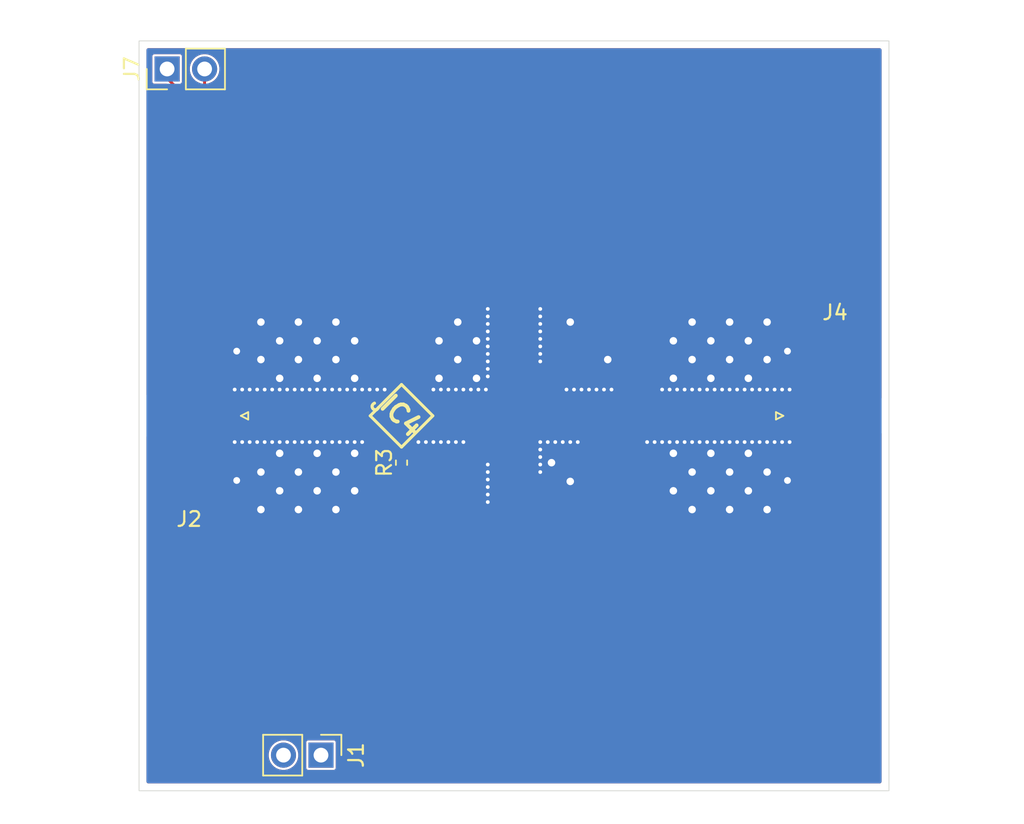
<source format=kicad_pcb>
(kicad_pcb (version 20241229) (generator "pcbnew") (generator_version "9.0")
  (layers (0 "F.Cu" signal) (2 "B.Cu" signal) (13 "F.Paste" user) (15 "B.Paste" user) (5 "F.SilkS" user "F.Silkscreen") (7 "B.SilkS" user "B.Silkscreen") (1 "F.Mask" user) (3 "B.Mask" user) (25 "Edge.Cuts" user))
  (net 0 "")
  (net 1 "GND")
  (net 2 "Net-(IC4-RF3)")
  (net 3 "Net-(IC4-RF1GATE)")
  (net 4 "Net-(IC4-RF4GATE)")
  (net 5 "Net-(IC4-RF3GATE)")
  (net 6 "Net-(IC4-RF2)")
  (net 7 "Net-(IC4-RF1)")
  (net 8 "Net-(IC4-RF2GATE)")
  (footprint "Connector_PinHeader_2.54mm:PinHeader_1x02_P2.54mm_Vertical" (layer "F.Cu") (at 162.324 148.387 -90)
    (property "Reference" "J1" (at 0 -2.38 90) (layer "F.SilkS"))
    (property "Value" "Conn_01x02")
    (fp_line (start -1.38 3.92) (end 1.38 3.92) (stroke (width 0.12)) (layer "F.SilkS"))
    (fp_line (start -1.38 1.27) (end -1.38 3.92) (stroke (width 0.12)) (layer "F.SilkS"))
    (fp_line (start -1.38 1.27) (end 1.38 1.27) (stroke (width 0.12)) (layer "F.SilkS"))
    (fp_line (start 1.38 1.27) (end 1.38 3.92) (stroke (width 0.12)) (layer "F.SilkS"))
    (fp_line (start -1.38 0) (end -1.38 -1.38) (stroke (width 0.12)) (layer "F.SilkS"))
    (fp_line (start -1.38 -1.38) (end 0 -1.38) (stroke (width 0.12)) (layer "F.SilkS"))
    (pad "1" thru_hole rect (at 0 0 270) (size 1.7 1.7) (drill 1) (layers "*.Cu" "*.Mask") (net 8 "Net-(IC4-RF2GATE)"))
    (pad "2" thru_hole circle (at 0 2.54 270) (size 1.7 1.7) (drill 1) (layers "*.Cu" "*.Mask") (net 3 "Net-(IC4-RF1GATE)"))
  )
  (footprint "Connector_Coaxial:SMA_Molex_73251-1153_EdgeMount_Horizontal" (layer "F.Cu") (at 195.645 125.4 180)
    (property "Reference" "J4" (at -1.5 7 0) (layer "F.SilkS"))
    (property "Value" "Conn_Coaxial")
    (fp_line (start 2.5 0.25) (end 2 0) (stroke (width 0.12)) (layer "F.SilkS"))
    (fp_line (start 2.5 -0.25) (end 2.5 0.25) (stroke (width 0.12)) (layer "F.SilkS"))
    (fp_line (start 2 0) (end 2.5 -0.25) (stroke (width 0.12)) (layer "F.SilkS"))
    (pad "1" smd rect (at -1.72 0 180) (size 5.08 2.29) (layers "F.Cu" "F.Mask" "F.Paste") (net 2 "Net-(IC4-RF3)"))
    (pad "2" smd rect (at -1.72 -4.38 180) (size 5.08 2.42) (layers "F.Cu" "F.Mask" "F.Paste") (net 1 "GND"))
    (pad "2" smd rect (at -1.72 -4.38 180) (size 5.08 2.42) (layers "B.Cu" "B.Mask" "B.Paste") (net 1 "GND"))
    (pad "2" smd rect (at -1.72 4.38 180) (size 5.08 2.42) (layers "F.Cu" "F.Mask" "F.Paste") (net 1 "GND"))
    (pad "2" smd rect (at -1.72 4.38 180) (size 5.08 2.42) (layers "B.Cu" "B.Mask" "B.Paste") (net 1 "GND"))
    (pad "2" smd rect (at 1.27 -4.38 180) (size 0.95 0.46) (layers "F.Cu") (net 1 "GND"))
    (pad "2" smd rect (at 1.27 -4.38 180) (size 0.95 0.46) (layers "B.Cu") (net 1 "GND"))
    (pad "2" smd rect (at 1.27 4.38 180) (size 0.95 0.46) (layers "F.Cu") (net 1 "GND"))
    (pad "2" smd rect (at 1.27 4.38 180) (size 0.95 0.46) (layers "B.Cu") (net 1 "GND"))
    (pad "2" thru_hole circle (at 1.72 -4.38 180) (size 0.97 0.97) (drill 0.46) (layers "*.Cu") (net 1 "GND"))
    (pad "2" thru_hole circle (at 1.72 4.38 180) (size 0.97 0.97) (drill 0.46) (layers "*.Cu") (net 1 "GND"))
  )
  (footprint "Connector_Coaxial:SMA_Molex_73251-1153_EdgeMount_Horizontal" (layer "F.Cu") (at 154.895 125.4)
    (property "Reference" "J2" (at -1.5 7 0) (layer "F.SilkS"))
    (property "Value" "Conn_Coaxial")
    (fp_line (start 2 0) (end 2.5 -0.25) (stroke (width 0.12)) (layer "F.SilkS"))
    (fp_line (start 2.5 -0.25) (end 2.5 0.25) (stroke (width 0.12)) (layer "F.SilkS"))
    (fp_line (start 2.5 0.25) (end 2 0) (stroke (width 0.12)) (layer "F.SilkS"))
    (pad "1" smd rect (at -1.72 0) (size 5.08 2.29) (layers "F.Cu" "F.Mask" "F.Paste") (net 7 "Net-(IC4-RF1)"))
    (pad "2" smd rect (at -1.72 -4.38) (size 5.08 2.42) (layers "F.Cu" "F.Mask" "F.Paste") (net 1 "GND"))
    (pad "2" smd rect (at -1.72 -4.38) (size 5.08 2.42) (layers "B.Cu" "B.Mask" "B.Paste") (net 1 "GND"))
    (pad "2" smd rect (at -1.72 4.38) (size 5.08 2.42) (layers "F.Cu" "F.Mask" "F.Paste") (net 1 "GND"))
    (pad "2" smd rect (at -1.72 4.38) (size 5.08 2.42) (layers "B.Cu" "B.Mask" "B.Paste") (net 1 "GND"))
    (pad "2" smd rect (at 1.27 -4.38) (size 0.95 0.46) (layers "F.Cu") (net 1 "GND"))
    (pad "2" smd rect (at 1.27 -4.38) (size 0.95 0.46) (layers "B.Cu") (net 1 "GND"))
    (pad "2" smd rect (at 1.27 4.38) (size 0.95 0.46) (layers "F.Cu") (net 1 "GND"))
    (pad "2" smd rect (at 1.27 4.38) (size 0.95 0.46) (layers "B.Cu") (net 1 "GND"))
    (pad "2" thru_hole circle (at 1.72 -4.38) (size 0.97 0.97) (drill 0.46) (layers "*.Cu") (net 1 "GND"))
    (pad "2" thru_hole circle (at 1.72 4.38) (size 0.97 0.97) (drill 0.46) (layers "*.Cu") (net 1 "GND"))
  )
  (footprint "Connector_PinHeader_2.54mm:PinHeader_1x02_P2.54mm_Vertical" (layer "F.Cu") (at 151.9 101.905 90)
    (property "Reference" "J7" (at 0 -2.38 90) (layer "F.SilkS"))
    (property "Value" "Conn_01x02")
    (fp_line (start -1.38 -1.38) (end 0 -1.38) (stroke (width 0.12)) (layer "F.SilkS"))
    (fp_line (start -1.38 0) (end -1.38 -1.38) (stroke (width 0.12)) (layer "F.SilkS"))
    (fp_line (start 1.38 1.27) (end 1.38 3.92) (stroke (width 0.12)) (layer "F.SilkS"))
    (fp_line (start -1.38 1.27) (end 1.38 1.27) (stroke (width 0.12)) (layer "F.SilkS"))
    (fp_line (start -1.38 1.27) (end -1.38 3.92) (stroke (width 0.12)) (layer "F.SilkS"))
    (fp_line (start -1.38 3.92) (end 1.38 3.92) (stroke (width 0.12)) (layer "F.SilkS"))
    (pad "1" thru_hole rect (at 0 0 90) (size 1.7 1.7) (drill 1) (layers "*.Cu" "*.Mask") (net 4 "Net-(IC4-RF4GATE)"))
    (pad "2" thru_hole circle (at 0 2.54 90) (size 1.7 1.7) (drill 1) (layers "*.Cu" "*.Mask") (net 5 "Net-(IC4-RF3GATE)"))
  )
  (footprint "Resistor_SMD:R_0402_1005Metric" (layer "F.Cu") (at 167.78 128.575 90)
    (property "Reference" "R3" (at 0 -1.17 90) (layer "F.SilkS"))
    (property "Value" "50")
    (fp_line (start -0.153641 -0.38) (end 0.153641 -0.38) (stroke (width 0.12)) (layer "F.SilkS"))
    (fp_line (start -0.153641 0.38) (end 0.153641 0.38) (stroke (width 0.12)) (layer "F.SilkS"))
    (pad "1" smd roundrect (at -0.51 0 90) (size 0.54 0.64) (layers "F.Cu" "F.Mask" "F.Paste") (net 1 "GND"))
    (pad "2" smd roundrect (at 0.51 0 90) (size 0.54 0.64) (layers "F.Cu" "F.Mask" "F.Paste") (net 6 "Net-(IC4-RF2)"))
  )
  (footprint "mm5230:MM523003NDB" (layer "F.Cu") (at 167.78 125.4 -45)
    (property "Reference" "IC4" (at 0 0 135) (layer "F.SilkS") (effects (font (size 1.27 1.27) (thickness 0.254))))
    (property "Value" "MM5230-03NDB-TR" (hide yes))
    (fp_line (start -1.5 1.5) (end 1.5 1.5) (stroke (width 0.2)) (layer "F.SilkS"))
    (fp_line (start -1.9 0.9) (end -1.9 0.9) (stroke (width 0.2)) (layer "F.SilkS"))
    (fp_line (start -1.9 0.69) (end -1.9 0.69) (stroke (width 0.2)) (layer "F.SilkS"))
    (fp_line (start -1.5 -1.5) (end -1.5 1.5) (stroke (width 0.2)) (layer "F.SilkS"))
    (fp_line (start 1.5 1.5) (end 1.5 -1.5) (stroke (width 0.2)) (layer "F.SilkS"))
    (fp_line (start 1.5 -1.5) (end -1.5 -1.5) (stroke (width 0.2)) (layer "F.SilkS"))
    (fp_arc (start -1.48 0.9) (mid -1.795 1.005) (end -1.9 0.69) (stroke (width 0.2)) (layer "F.SilkS"))
    (fp_arc (start -1.5 0.7) (mid -1.6 1) (end -1.9 0.9) (stroke (width 0.2)) (layer "F.SilkS"))
    (pad "1" smd circle (at -0.805 0.805 45) (size 0.25 0.25) (layers "F.Cu" "F.Mask" "F.Paste") (net 7 "Net-(IC4-RF1)"))
    (pad "2" smd circle (at 0.805 0.805 45) (size 0.25 0.25) (layers "F.Cu" "F.Mask" "F.Paste") (net 6 "Net-(IC4-RF2)"))
    (pad "3" smd circle (at 0.805 -0.805 45) (size 0.25 0.25) (layers "F.Cu" "F.Mask" "F.Paste") (net 2 "Net-(IC4-RF3)"))
    (pad "4" smd circle (at -0.805 -0.805 45) (size 0.25 0.25) (layers "F.Cu" "F.Mask" "F.Paste") (net 1 "GND"))
    (pad "5" smd circle (at -0.125 1.091 45) (size 0.25 0.25) (layers "F.Cu" "F.Mask" "F.Paste") (net 3 "Net-(IC4-RF1GATE)"))
    (pad "6" smd circle (at 0 0.69 45) (size 0.25 0.25) (layers "F.Cu" "F.Mask" "F.Paste") (net 8 "Net-(IC4-RF2GATE)"))
    (pad "7" smd circle (at 0 -0.69 45) (size 0.25 0.25) (layers "F.Cu" "F.Mask" "F.Paste") (net 5 "Net-(IC4-RF3GATE)"))
    (pad "8" smd circle (at -0.125 -1.091 45) (size 0.25 0.25) (layers "F.Cu" "F.Mask" "F.Paste") (net 4 "Net-(IC4-RF4GATE)"))
    (pad "9" smd circle (at -1.091 -0.541999 45) (size 0.25 0.25) (layers "F.Cu" "F.Mask" "F.Paste") (net 1 "GND"))
    (pad "10" smd circle (at -1.091 0.541999 45) (size 0.25 0.25) (layers "F.Cu" "F.Mask" "F.Paste") (net 1 "GND"))
    (pad "11" smd circle (at -0.541999 -1.091 45) (size 0.25 0.25) (layers "F.Cu" "F.Mask" "F.Paste") (net 1 "GND"))
    (pad "12" smd circle (at -0.395 -0.395 45) (size 0.25 0.25) (layers "F.Cu" "F.Mask" "F.Paste") (net 1 "GND"))
    (pad "13" smd circle (at -0.395 0.395 45) (size 0.25 0.25) (layers "F.Cu" "F.Mask" "F.Paste") (net 1 "GND"))
    (pad "14" smd circle (at -0.541999 1.091 45) (size 0.25 0.25) (layers "F.Cu" "F.Mask" "F.Paste") (net 1 "GND"))
    (pad "15" smd circle (at 0.395 -0.395 45) (size 0.25 0.25) (layers "F.Cu" "F.Mask" "F.Paste") (net 1 "GND"))
    (pad "16" smd circle (at 0.395 0.395 45) (size 0.25 0.25) (layers "F.Cu" "F.Mask" "F.Paste") (net 1 "GND"))
    (pad "17" smd circle (at 0.541999 -1.091 45) (size 0.25 0.25) (layers "F.Cu" "F.Mask" "F.Paste") (net 1 "GND"))
    (pad "18" smd circle (at 0.541999 1.091 45) (size 0.25 0.25) (layers "F.Cu" "F.Mask" "F.Paste") (net 1 "GND"))
    (pad "19" smd circle (at 1.091 -0.541999 45) (size 0.25 0.25) (layers "F.Cu" "F.Mask" "F.Paste") (net 1 "GND"))
    (pad "20" smd circle (at 1.091 0.541999 45) (size 0.25 0.25) (layers "F.Cu" "F.Mask" "F.Paste") (net 1 "GND"))
    (pad "21" smd circle (at 0 0 45) (size 0.25 0.25) (layers "F.Cu" "F.Mask" "F.Paste"))
  )
  (gr_rect (start 150 100) (end 200.8 150.8) (stroke (width 0.05)) (fill no) (layer "Edge.Cuts"))
  (via (at 191.529 127.178) (size 0.508) (drill 0.254) (layers "F.Cu" "B.Cu") (net 1))
  (via (at 186.195 122.86) (size 1.016) (drill 0.508) (layers "F.Cu" "B.Cu") (net 1))
  (via (at 164.097 127.178) (size 0.508) (drill 0.254) (layers "F.Cu" "B.Cu") (net 1))
  (via (at 193.561 127.178) (size 0.508) (drill 0.254) (layers "F.Cu" "B.Cu") (net 1))
  (via (at 160.795 129.21) (size 1.016) (drill 0.508) (layers "F.Cu" "B.Cu") (net 1))
  (via (at 177.178 127.178) (size 0.508) (drill 0.254) (layers "F.Cu" "B.Cu") (net 1))
  (via (at 172.86 122.86) (size 1.016) (drill 0.508) (layers "F.Cu" "B.Cu") (net 1))
  (via (at 177.686 127.178) (size 0.508) (drill 0.254) (layers "F.Cu" "B.Cu") (net 1))
  (via (at 163.589 123.622) (size 0.508) (drill 0.254) (layers "F.Cu" "B.Cu") (net 1))
  (via (at 159.017 127.178) (size 0.508) (drill 0.254) (layers "F.Cu" "B.Cu") (net 1))
  (via (at 192.545 129.21) (size 1.016) (drill 0.508) (layers "F.Cu" "B.Cu") (net 1))
  (via (at 160.033 127.178) (size 0.508) (drill 0.254) (layers "F.Cu" "B.Cu") (net 1))
  (via (at 191.275 130.48) (size 1.016) (drill 0.508) (layers "F.Cu" "B.Cu") (net 1))
  (via (at 161.049 127.178) (size 0.508) (drill 0.254) (layers "F.Cu" "B.Cu") (net 1))
  (via (at 191.275 120.32) (size 1.016) (drill 0.508) (layers "F.Cu" "B.Cu") (net 1))
  (via (at 173.622 120.701) (size 0.508) (drill 0.254) (layers "F.Cu" "B.Cu") (net 1))
  (via (at 160.033 123.622) (size 0.508) (drill 0.254) (layers "F.Cu" "B.Cu") (net 1))
  (via (at 159.525 127.178) (size 0.508) (drill 0.254) (layers "F.Cu" "B.Cu") (net 1))
  (via (at 164.605 127.178) (size 0.508) (drill 0.254) (layers "F.Cu" "B.Cu") (net 1))
  (via (at 158.255 119.05) (size 1.016) (drill 0.508) (layers "F.Cu" "B.Cu") (net 1))
  (via (at 188.735 130.48) (size 1.016) (drill 0.508) (layers "F.Cu" "B.Cu") (net 1))
  (via (at 187.465 123.622) (size 0.508) (drill 0.254) (layers "F.Cu" "B.Cu") (net 1))
  (via (at 186.957 127.178) (size 0.508) (drill 0.254) (layers "F.Cu" "B.Cu") (net 1))
  (via (at 188.989 127.178) (size 0.508) (drill 0.254) (layers "F.Cu" "B.Cu") (net 1))
  (via (at 185.433 127.178) (size 0.508) (drill 0.254) (layers "F.Cu" "B.Cu") (net 1))
  (via (at 177.178 128.194) (size 0.508) (drill 0.254) (layers "F.Cu" "B.Cu") (net 1))
  (via (at 173.622 121.209) (size 0.508) (drill 0.254) (layers "F.Cu" "B.Cu") (net 1))
  (via (at 158.255 131.75) (size 1.016) (drill 0.508) (layers "F.Cu" "B.Cu") (net 1))
  (via (at 165.621 123.622) (size 0.508) (drill 0.254) (layers "F.Cu" "B.Cu") (net 1))
  (via (at 159.525 127.94) (size 1.016) (drill 0.508) (layers "F.Cu" "B.Cu") (net 1))
  (via (at 161.557 123.622) (size 0.508) (drill 0.254) (layers "F.Cu" "B.Cu") (net 1))
  (via (at 179.464 123.622) (size 0.508) (drill 0.254) (layers "F.Cu" "B.Cu") (net 1))
  (via (at 173.622 129.718) (size 0.508) (drill 0.254) (layers "F.Cu" "B.Cu") (net 1))
  (via (at 162.065 127.178) (size 0.508) (drill 0.254) (layers "F.Cu" "B.Cu") (net 1))
  (via (at 159.017 123.622) (size 0.508) (drill 0.254) (layers "F.Cu" "B.Cu") (net 1))
  (via (at 188.481 123.622) (size 0.508) (drill 0.254) (layers "F.Cu" "B.Cu") (net 1))
  (via (at 157.493 123.622) (size 0.508) (drill 0.254) (layers "F.Cu" "B.Cu") (net 1))
  (via (at 169.939 123.622) (size 0.508) (drill 0.254) (layers "F.Cu" "B.Cu") (net 1))
  (via (at 184.417 127.178) (size 0.508) (drill 0.254) (layers "F.Cu" "B.Cu") (net 1))
  (via (at 169.939 127.178) (size 0.508) (drill 0.254) (layers "F.Cu" "B.Cu") (net 1))
  (via (at 179.21 119.05) (size 1.016) (drill 0.508) (layers "F.Cu" "B.Cu") (net 1))
  (via (at 190.005 121.59) (size 1.016) (drill 0.508) (layers "F.Cu" "B.Cu") (net 1))
  (via (at 163.335 119.05) (size 1.016) (drill 0.508) (layers "F.Cu" "B.Cu") (net 1))
  (via (at 177.178 118.161) (size 0.508) (drill 0.254) (layers "F.Cu" "B.Cu") (net 1))
  (via (at 190.005 123.622) (size 0.508) (drill 0.254) (layers "F.Cu" "B.Cu") (net 1))
  (via (at 162.573 123.622) (size 0.508) (drill 0.254) (layers "F.Cu" "B.Cu") (net 1))
  (via (at 193.053 127.178) (size 0.508) (drill 0.254) (layers "F.Cu" "B.Cu") (net 1))
  (via (at 173.622 118.669) (size 0.508) (drill 0.254) (layers "F.Cu" "B.Cu") (net 1))
  (via (at 192.037 123.622) (size 0.508) (drill 0.254) (layers "F.Cu" "B.Cu") (net 1))
  (via (at 189.497 127.178) (size 0.508) (drill 0.254) (layers "F.Cu" "B.Cu") (net 1))
  (via (at 181.75 121.59) (size 1.016) (drill 0.508) (layers "F.Cu" "B.Cu") (net 1))
  (via (at 173.495 123.622) (size 0.508) (drill 0.254) (layers "F.Cu" "B.Cu") (net 1))
  (via (at 163.589 127.178) (size 0.508) (drill 0.254) (layers "F.Cu" "B.Cu") (net 1))
  (via (at 173.622 131.242) (size 0.508) (drill 0.254) (layers "F.Cu" "B.Cu") (net 1))
  (via (at 192.545 123.622) (size 0.508) (drill 0.254) (layers "F.Cu" "B.Cu") (net 1))
  (via (at 192.545 127.178) (size 0.508) (drill 0.254) (layers "F.Cu" "B.Cu") (net 1))
  (via (at 169.431 127.178) (size 0.508) (drill 0.254) (layers "F.Cu" "B.Cu") (net 1))
  (via (at 171.971 127.178) (size 0.508) (drill 0.254) (layers "F.Cu" "B.Cu") (net 1))
  (via (at 173.622 130.226) (size 0.508) (drill 0.254) (layers "F.Cu" "B.Cu") (net 1))
  (via (at 177.94 128.575) (size 1.016) (drill 0.508) (layers "F.Cu" "B.Cu") (net 1))
  (via (at 185.433 123.622) (size 0.508) (drill 0.254) (layers "F.Cu" "B.Cu") (net 1))
  (via (at 177.178 119.177) (size 0.508) (drill 0.254) (layers "F.Cu" "B.Cu") (net 1))
  (via (at 190.005 129.21) (size 1.016) (drill 0.508) (layers "F.Cu" "B.Cu") (net 1))
  (via (at 170.955 127.178) (size 0.508) (drill 0.254) (layers "F.Cu" "B.Cu") (net 1))
  (via (at 160.795 121.59) (size 1.016) (drill 0.508) (layers "F.Cu" "B.Cu") (net 1))
  (via (at 181.496 123.622) (size 0.508) (drill 0.254) (layers "F.Cu" "B.Cu") (net 1))
  (via (at 173.622 130.734) (size 0.508) (drill 0.254) (layers "F.Cu" "B.Cu") (net 1))
  (via (at 186.449 127.178) (size 0.508) (drill 0.254) (layers "F.Cu" "B.Cu") (net 1))
  (via (at 162.065 123.622) (size 0.508) (drill 0.254) (layers "F.Cu" "B.Cu") (net 1))
  (via (at 173.622 120.193) (size 0.508) (drill 0.254) (layers "F.Cu" "B.Cu") (net 1))
  (via (at 192.545 131.75) (size 1.016) (drill 0.508) (layers "F.Cu" "B.Cu") (net 1))
  (via (at 163.081 123.622) (size 0.508) (drill 0.254) (layers "F.Cu" "B.Cu") (net 1))
  (via (at 162.573 127.178) (size 0.508) (drill 0.254) (layers "F.Cu" "B.Cu") (net 1))
  (via (at 158.001 127.178) (size 0.508) (drill 0.254) (layers "F.Cu" "B.Cu") (net 1))
  (via (at 166.129 123.622) (size 0.508) (drill 0.254) (layers "F.Cu" "B.Cu") (net 1))
  (via (at 177.178 121.717) (size 0.508) (drill 0.254) (layers "F.Cu" "B.Cu") (net 1))
  (via (at 164.605 123.622) (size 0.508) (drill 0.254) (layers "F.Cu" "B.Cu") (net 1))
  (via (at 164.605 127.94) (size 1.016) (drill 0.508) (layers "F.Cu" "B.Cu") (net 1))
  (via (at 185.941 123.622) (size 0.508) (drill 0.254) (layers "F.Cu" "B.Cu") (net 1))
  (via (at 187.973 123.622) (size 0.508) (drill 0.254) (layers "F.Cu" "B.Cu") (net 1))
  (via (at 191.021 127.178) (size 0.508) (drill 0.254) (layers "F.Cu" "B.Cu") (net 1))
  (via (at 191.529 123.622) (size 0.508) (drill 0.254) (layers "F.Cu" "B.Cu") (net 1))
  (via (at 171.463 123.622) (size 0.508) (drill 0.254) (layers "F.Cu" "B.Cu") (net 1))
  (via (at 158.509 123.622) (size 0.508) (drill 0.254) (layers "F.Cu" "B.Cu") (net 1))
  (via (at 170.32 122.86) (size 1.016) (drill 0.508) (layers "F.Cu" "B.Cu") (net 1))
  (via (at 177.178 121.209) (size 0.508) (drill 0.254) (layers "F.Cu" "B.Cu") (net 1))
  (via (at 184.925 127.178) (size 0.508) (drill 0.254) (layers "F.Cu" "B.Cu") (net 1))
  (via (at 187.973 127.178) (size 0.508) (drill 0.254) (layers "F.Cu" "B.Cu") (net 1))
  (via (at 188.735 122.86) (size 1.016) (drill 0.508) (layers "F.Cu" "B.Cu") (net 1))
  (via (at 168.923 127.178) (size 0.508) (drill 0.254) (layers "F.Cu" "B.Cu") (net 1))
  (via (at 171.463 127.178) (size 0.508) (drill 0.254) (layers "F.Cu" "B.Cu") (net 1))
  (via (at 188.481 127.178) (size 0.508) (drill 0.254) (layers "F.Cu" "B.Cu") (net 1))
  (via (at 159.525 120.32) (size 1.016) (drill 0.508) (layers "F.Cu" "B.Cu") (net 1))
  (via (at 186.195 130.48) (size 1.016) (drill 0.508) (layers "F.Cu" "B.Cu") (net 1))
  (via (at 191.275 127.94) (size 1.016) (drill 0.508) (layers "F.Cu" "B.Cu") (net 1))
  (via (at 191.021 123.622) (size 0.508) (drill 0.254) (layers "F.Cu" "B.Cu") (net 1))
  (via (at 170.32 120.32) (size 1.016) (drill 0.508) (layers "F.Cu" "B.Cu") (net 1))
  (via (at 173.622 118.161) (size 0.508) (drill 0.254) (layers "F.Cu" "B.Cu") (net 1))
  (via (at 190.005 119.05) (size 1.016) (drill 0.508) (layers "F.Cu" "B.Cu") (net 1))
  (via (at 190.005 131.75) (size 1.016) (drill 0.508) (layers "F.Cu" "B.Cu") (net 1))
  (via (at 165.113 127.178) (size 0.508) (drill 0.254) (layers "F.Cu" "B.Cu") (net 1))
  (via (at 194.069 127.178) (size 0.508) (drill 0.254) (layers "F.Cu" "B.Cu") (net 1))
  (via (at 187.465 121.59) (size 1.016) (drill 0.508) (layers "F.Cu" "B.Cu") (net 1))
  (via (at 173.622 122.733) (size 0.508) (drill 0.254) (layers "F.Cu" "B.Cu") (net 1))
  (via (at 186.957 123.622) (size 0.508) (drill 0.254) (layers "F.Cu" "B.Cu") (net 1))
  (via (at 159.525 122.86) (size 1.016) (drill 0.508) (layers "F.Cu" "B.Cu") (net 1))
  (via (at 177.178 118.669) (size 0.508) (drill 0.254) (layers "F.Cu" "B.Cu") (net 1))
  (via (at 158.509 127.178) (size 0.508) (drill 0.254) (layers "F.Cu" "B.Cu") (net 1))
  (via (at 178.194 127.178) (size 0.508) (drill 0.254) (layers "F.Cu" "B.Cu") (net 1))
  (via (at 171.59 119.05) (size 1.016) (drill 0.508) (layers "F.Cu" "B.Cu") (net 1))
  (via (at 179.718 127.178) (size 0.508) (drill 0.254) (layers "F.Cu" "B.Cu") (net 1))
  (via (at 170.955 123.622) (size 0.508) (drill 0.254) (layers "F.Cu" "B.Cu") (net 1))
  (via (at 188.735 120.32) (size 1.016) (drill 0.508) (layers "F.Cu" "B.Cu") (net 1))
  (via (at 173.622 129.21) (size 0.508) (drill 0.254) (layers "F.Cu" "B.Cu") (net 1))
  (via (at 156.477 127.178) (size 0.508) (drill 0.254) (layers "F.Cu" "B.Cu") (net 1))
  (via (at 173.622 121.717) (size 0.508) (drill 0.254) (layers "F.Cu" "B.Cu") (net 1))
  (via (at 162.065 120.32) (size 1.016) (drill 0.508) (layers "F.Cu" "B.Cu") (net 1))
  (via (at 161.557 127.178) (size 0.508) (drill 0.254) (layers "F.Cu" "B.Cu") (net 1))
  (via (at 187.465 127.178) (size 0.508) (drill 0.254) (layers "F.Cu" "B.Cu") (net 1))
  (via (at 186.195 120.32) (size 1.016) (drill 0.508) (layers "F.Cu" "B.Cu") (net 1))
  (via (at 177.178 120.193) (size 0.508) (drill 0.254) (layers "F.Cu" "B.Cu") (net 1))
  (via (at 185.941 127.178) (size 0.508) (drill 0.254) (layers "F.Cu" "B.Cu") (net 1))
  (via (at 162.065 130.48) (size 1.016) (drill 0.508) (layers "F.Cu" "B.Cu") (net 1))
  (via (at 159.525 130.48) (size 1.016) (drill 0.508) (layers "F.Cu" "B.Cu") (net 1))
  (via (at 163.335 129.21) (size 1.016) (drill 0.508) (layers "F.Cu" "B.Cu") (net 1))
  (via (at 188.735 127.94) (size 1.016) (drill 0.508) (layers "F.Cu" "B.Cu") (net 1))
  (via (at 179.21 127.178) (size 0.508) (drill 0.254) (layers "F.Cu" "B.Cu") (net 1))
  (via (at 193.053 123.622) (size 0.508) (drill 0.254) (layers "F.Cu" "B.Cu") (net 1))
  (via (at 158.255 121.59) (size 1.016) (drill 0.508) (layers "F.Cu" "B.Cu") (net 1))
  (via (at 160.541 127.178) (size 0.508) (drill 0.254) (layers "F.Cu" "B.Cu") (net 1))
  (via (at 164.605 120.32) (size 1.016) (drill 0.508) (layers "F.Cu" "B.Cu") (net 1))
  (via (at 177.178 127.686) (size 0.508) (drill 0.254) (layers "F.Cu" "B.Cu") (net 1))
  (via (at 190.005 127.178) (size 0.508) (drill 0.254) (layers "F.Cu" "B.Cu") (net 1))
  (via (at 163.335 121.59) (size 1.016) (drill 0.508) (layers "F.Cu" "B.Cu") (net 1))
  (via (at 192.545 121.59) (size 1.016) (drill 0.508) (layers "F.Cu" "B.Cu") (net 1))
  (via (at 173.622 122.225) (size 0.508) (drill 0.254) (layers "F.Cu" "B.Cu") (net 1))
  (via (at 165.113 123.622) (size 0.508) (drill 0.254) (layers "F.Cu" "B.Cu") (net 1))
  (via (at 159.525 123.622) (size 0.508) (drill 0.254) (layers "F.Cu" "B.Cu") (net 1))
  (via (at 179.972 123.622) (size 0.508) (drill 0.254) (layers "F.Cu" "B.Cu") (net 1))
  (via (at 160.541 123.622) (size 0.508) (drill 0.254) (layers "F.Cu" "B.Cu") (net 1))
  (via (at 178.956 123.622) (size 0.508) (drill 0.254) (layers "F.Cu" "B.Cu") (net 1))
  (via (at 162.065 127.94) (size 1.016) (drill 0.508) (layers "F.Cu" "B.Cu") (net 1))
  (via (at 160.795 119.05) (size 1.016) (drill 0.508) (layers "F.Cu" "B.Cu") (net 1))
  (via (at 186.449 123.622) (size 0.508) (drill 0.254) (layers "F.Cu" "B.Cu") (net 1))
  (via (at 172.86 120.32) (size 1.016) (drill 0.508) (layers "F.Cu" "B.Cu") (net 1))
  (via (at 177.178 119.685) (size 0.508) (drill 0.254) (layers "F.Cu" "B.Cu") (net 1))
  (via (at 171.59 121.59) (size 1.016) (drill 0.508) (layers "F.Cu" "B.Cu") (net 1))
  (via (at 172.479 123.622) (size 0.508) (drill 0.254) (layers "F.Cu" "B.Cu") (net 1))
  (via (at 172.987 123.622) (size 0.508) (drill 0.254) (layers "F.Cu" "B.Cu") (net 1))
  (via (at 179.21 129.845) (size 1.016) (drill 0.508) (layers "F.Cu" "B.Cu") (net 1))
  (via (at 190.513 127.178) (size 0.508) (drill 0.254) (layers "F.Cu" "B.Cu") (net 1))
  (via (at 186.195 127.94) (size 1.016) (drill 0.508) (layers "F.Cu" "B.Cu") (net 1))
  (via (at 170.447 127.178) (size 0.508) (drill 0.254) (layers "F.Cu" "B.Cu") (net 1))
  (via (at 164.097 123.622) (size 0.508) (drill 0.254) (layers "F.Cu" "B.Cu") (net 1))
  (via (at 177.178 129.21) (size 0.508) (drill 0.254) (layers "F.Cu" "B.Cu") (net 1))
  (via (at 163.335 131.75) (size 1.016) (drill 0.508) (layers "F.Cu" "B.Cu") (net 1))
  (via (at 187.465 119.05) (size 1.016) (drill 0.508) (layers "F.Cu" "B.Cu") (net 1))
  (via (at 192.545 119.05) (size 1.016) (drill 0.508) (layers "F.Cu" "B.Cu") (net 1))
  (via (at 182.004 123.622) (size 0.508) (drill 0.254) (layers "F.Cu" "B.Cu") (net 1))
  (via (at 173.622 128.702) (size 0.508) (drill 0.254) (layers "F.Cu" "B.Cu") (net 1))
  (via (at 187.465 129.21) (size 1.016) (drill 0.508) (layers "F.Cu" "B.Cu") (net 1))
  (via (at 188.989 123.622) (size 0.508) (drill 0.254) (layers "F.Cu" "B.Cu") (net 1))
  (via (at 191.275 122.86) (size 1.016) (drill 0.508) (layers "F.Cu" "B.Cu") (net 1))
  (via (at 157.493 127.178) (size 0.508) (drill 0.254) (layers "F.Cu" "B.Cu") (net 1))
  (via (at 180.988 123.622) (size 0.508) (drill 0.254) (layers "F.Cu" "B.Cu") (net 1))
  (via (at 164.605 122.86) (size 1.016) (drill 0.508) (layers "F.Cu" "B.Cu") (net 1))
  (via (at 158.255 129.21) (size 1.016) (drill 0.508) (layers "F.Cu" "B.Cu") (net 1))
  (via (at 162.065 122.86) (size 1.016) (drill 0.508) (layers "F.Cu" "B.Cu") (net 1))
  (via (at 189.497 123.622) (size 0.508) (drill 0.254) (layers "F.Cu" "B.Cu") (net 1))
  (via (at 177.178 128.702) (size 0.508) (drill 0.254) (layers "F.Cu" "B.Cu") (net 1))
  (via (at 192.037 127.178) (size 0.508) (drill 0.254) (layers "F.Cu" "B.Cu") (net 1))
  (via (at 160.795 131.75) (size 1.016) (drill 0.508) (layers "F.Cu" "B.Cu") (net 1))
  (via (at 190.513 123.622) (size 0.508) (drill 0.254) (layers "F.Cu" "B.Cu") (net 1))
  (via (at 166.637 123.622) (size 0.508) (drill 0.254) (layers "F.Cu" "B.Cu") (net 1))
  (via (at 193.561 123.622) (size 0.508) (drill 0.254) (layers "F.Cu" "B.Cu") (net 1))
  (via (at 180.48 123.622) (size 0.508) (drill 0.254) (layers "F.Cu" "B.Cu") (net 1))
  (via (at 177.178 120.701) (size 0.508) (drill 0.254) (layers "F.Cu" "B.Cu") (net 1))
  (via (at 164.605 130.48) (size 1.016) (drill 0.508) (layers "F.Cu" "B.Cu") (net 1))
  (via (at 173.622 119.685) (size 0.508) (drill 0.254) (layers "F.Cu" "B.Cu") (net 1))
  (via (at 187.465 131.75) (size 1.016) (drill 0.508) (layers "F.Cu" "B.Cu") (net 1))
  (via (at 178.702 127.178) (size 0.508) (drill 0.254) (layers "F.Cu" "B.Cu") (net 1))
  (via (at 170.447 123.622) (size 0.508) (drill 0.254) (layers "F.Cu" "B.Cu") (net 1))
  (via (at 173.622 119.177) (size 0.508) (drill 0.254) (layers "F.Cu" "B.Cu") (net 1))
  (via (at 156.985 123.622) (size 0.508) (drill 0.254) (layers "F.Cu" "B.Cu") (net 1))
  (via (at 194.069 123.622) (size 0.508) (drill 0.254) (layers "F.Cu" "B.Cu") (net 1))
  (via (at 156.985 127.178) (size 0.508) (drill 0.254) (layers "F.Cu" "B.Cu") (net 1))
  (via (at 156.477 123.622) (size 0.508) (drill 0.254) (layers "F.Cu" "B.Cu") (net 1))
  (via (at 163.081 127.178) (size 0.508) (drill 0.254) (layers "F.Cu" "B.Cu") (net 1))
  (via (at 161.049 123.622) (size 0.508) (drill 0.254) (layers "F.Cu" "B.Cu") (net 1))
  (via (at 171.971 123.622) (size 0.508) (drill 0.254) (layers "F.Cu" "B.Cu") (net 1))
  (via (at 158.001 123.622) (size 0.508) (drill 0.254) (layers "F.Cu" "B.Cu") (net 1))
  (segment (start 170.191 125.4) (end 170.193 125.398) (width 0.2) (layer "F.Cu") (net 2))
  (segment (start 197.365 125.4) (end 185.306 125.4) (width 0.94742) (layer "F.Cu") (net 2))
  (segment (start 168.918442 125.4) (end 170.191 125.4) (width 0.2) (layer "F.Cu") (net 2))
  (segment (start 165.875 127.128223) (end 165.875 133.4098) (width 0.2) (layer "F.Cu") (net 3))
  (segment (start 166.920158 126.083065) (end 165.875 127.128223) (width 0.2) (layer "F.Cu") (net 3))
  (segment (start 151.905 101.905) (end 151.905 102.54) (width 0.2) (layer "F.Cu") (net 4))
  (segment (start 168.649 119.284) (end 168.649 124.366952) (width 0.2) (layer "F.Cu") (net 4))
  (segment (start 151.9 101.905) (end 151.905 101.905) (width 0.2) (layer "F.Cu") (net 4))
  (segment (start 151.905 102.54) (end 168.649 119.284) (width 0.2) (layer "F.Cu") (net 4))
  (segment (start 168.649 124.366952) (end 168.487107 124.528845) (width 0.2) (layer "F.Cu") (net 4))
  (segment (start 169.05 124.41652) (end 169.05 119.05) (width 0.2) (layer "F.Cu") (net 5))
  (segment (start 154.44 104.44) (end 154.44 101.905) (width 0.2) (layer "F.Cu") (net 5))
  (segment (start 168.554424 124.912096) (end 169.05 124.41652) (width 0.2) (layer "F.Cu") (net 5))
  (segment (start 169.05 119.05) (end 154.44 104.44) (width 0.2) (layer "F.Cu") (net 5))
  (segment (start 168.267904 124.912096) (end 168.554424 124.912096) (width 0.2) (layer "F.Cu") (net 5))
  (segment (start 167.78 126.538442) (end 167.78 128.065) (width 0.2) (layer "F.Cu") (net 6))
  (segment (start 166.641558 125.4) (end 165.494 125.4) (width 0.2) (layer "F.Cu") (net 7))
  (segment (start 153.175 125.4) (end 165.494 125.4) (width 0.94742) (layer "F.Cu") (net 7))
  (segment (start 167.292096 125.887904) (end 167.292096 126.19111) (width 0.2) (layer "F.Cu") (net 8))
  (segment (start 166.51 126.973206) (end 166.51 133.3419) (width 0.2) (layer "F.Cu") (net 8))
  (segment (start 167.292096 126.19111) (end 166.51 126.973206) (width 0.2) (layer "F.Cu") (net 8))
  (zone (net 1) (net_name "GND") (layers "F.Cu" "B.Cu") (connect_pads yes (clearance 0.1524)) (min_thickness 0.25) (fill yes (thermal_gap 0.5) (thermal_bridge_width 0.5))
    (polygon (pts (xy 200.8 100) (xy 150 100) (xy 150 150.8) (xy 200.8 150.8)))
  )
)
</source>
